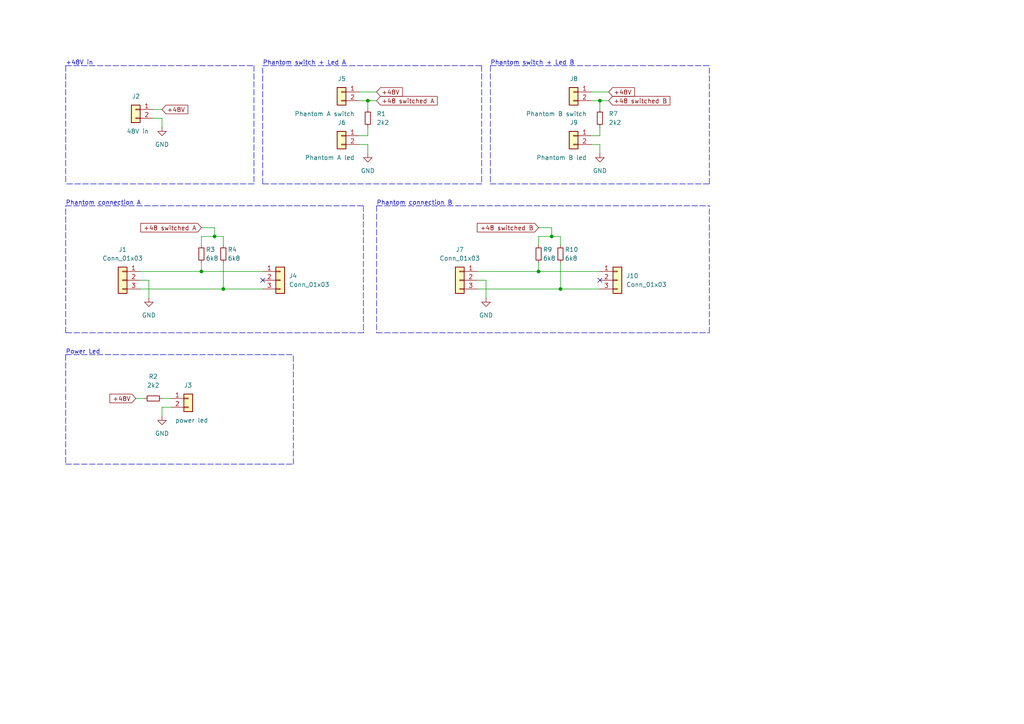
<source format=kicad_sch>
(kicad_sch (version 20211123) (generator eeschema)
  (paper "A4")
  (lib_symbols
    (symbol "Connector_Generic:Conn_01x02" (pin_names (offset 1.016) hide)
      (property "Reference" "J" (at 0 2.54 0))
      (property "Value" "Conn_01x02" (at 0 -5.08 0))
      (symbol "Conn_01x02_1_1"
        (rectangle (start -1.27 -2.413) (end 0 -2.667) (stroke (width 0.1524)))
        (rectangle (start -1.27 0.127) (end 0 -0.127) (stroke (width 0.1524)))
        (rectangle (start -1.27 1.27) (end 1.27 -3.81) (stroke (width 0.254)) (fill (type background)))
        (pin passive line (at -5.08 0 0) (length 3.81) (name "Pin_1") (number "1"))
        (pin passive line (at -5.08 -2.54 0) (length 3.81) (name "Pin_2") (number "2"))
      )
    )
    (symbol "Connector_Generic:Conn_01x03" (pin_names (offset 1.016) hide)
      (property "Reference" "J" (at 0 5.08 0))
      (property "Value" "Conn_01x03" (at 0 -5.08 0))
      (symbol "Conn_01x03_1_1"
        (rectangle (start -1.27 -2.413) (end 0 -2.667) (stroke (width 0.1524)))
        (rectangle (start -1.27 0.127) (end 0 -0.127) (stroke (width 0.1524)))
        (rectangle (start -1.27 2.667) (end 0 2.413) (stroke (width 0.1524)))
        (rectangle (start -1.27 3.81) (end 1.27 -3.81) (stroke (width 0.254)) (fill (type background)))
        (pin passive line (at -5.08 2.54 0) (length 3.81) (name "Pin_1") (number "1"))
        (pin passive line (at -5.08 0 0) (length 3.81) (name "Pin_2") (number "2"))
        (pin passive line (at -5.08 -2.54 0) (length 3.81) (name "Pin_3") (number "3"))
      )
    )
    (symbol "Device:R_Small" (pin_numbers hide) (pin_names (offset 0.254) hide)
      (property "Reference" "R" (at 0.762 0.508 0))
      (property "Value" "R_Small" (at 0.762 -1.016 0))
      (symbol "R_Small_0_1"
        (rectangle (start -0.762 1.778) (end 0.762 -1.778) (stroke (width 0.2032)))
      )
      (symbol "R_Small_1_1"
        (pin passive line (at 0 2.54 270) (length 0.762) (name "~") (number "1"))
        (pin passive line (at 0 -2.54 90) (length 0.762) (name "~") (number "2"))
      )
    )
    (symbol "power:GND" (power) (pin_names (offset 0))
      (property "Value" "GND" (at 0 -3.81 0))
      (symbol "GND_0_1"
        (polyline (pts (xy 0 0) (xy 0 -1.27) (xy 1.27 -1.27) (xy 0 -2.54) (xy -1.27 -1.27) (xy 0 -1.27)))
      )
      (symbol "GND_1_1"
        (pin power_in line (at 0 0 270) (length 0) hide (name "GND") (number "1"))
      )
    )
  )
  (junction (at 156.21 78.74))
  (junction (at 162.56 83.82))
  (junction (at 64.77 83.82))
  (junction (at 106.68 29.21))
  (junction (at 173.99 29.21))
  (junction (at 58.42 78.74))
  (junction (at 62.23 68.58))
  (junction (at 160.02 68.58))
  (no_connect (at 76.2 81.28))
  (no_connect (at 173.99 81.28))
  (polyline (pts (xy 139.7 53.34) (xy 76.2 53.34)))
  (polyline (pts (xy 76.2 53.34) (xy 76.2 19.05)))
  (polyline (pts (xy 19.05 102.87) (xy 85.09 102.87)))
  (polyline (pts (xy 205.74 96.52) (xy 205.74 59.69)))
  (polyline (pts (xy 19.05 19.05) (xy 19.05 53.34)))
  (wire (pts (xy 106.68 29.21) (xy 109.22 29.21)))
  (wire (pts (xy 171.45 29.21) (xy 173.99 29.21)))
  (wire (pts (xy 64.77 83.82) (xy 76.2 83.82)))
  (wire (pts (xy 58.42 78.74) (xy 76.2 78.74)))
  (wire (pts (xy 62.23 66.04) (xy 62.23 68.58)))
  (wire (pts (xy 171.45 26.67) (xy 176.53 26.67)))
  (wire (pts (xy 58.42 66.04) (xy 62.23 66.04)))
  (wire (pts (xy 46.99 115.57) (xy 49.53 115.57)))
  (polyline (pts (xy 142.24 19.05) (xy 142.24 53.34)))
  (polyline (pts (xy 109.22 59.69) (xy 109.22 96.52)))
  (polyline (pts (xy 109.22 59.69) (xy 205.74 59.69)))
  (wire (pts (xy 160.02 66.04) (xy 160.02 68.58)))
  (wire (pts (xy 160.02 68.58) (xy 162.56 68.58)))
  (polyline (pts (xy 76.2 19.05) (xy 139.7 19.05)))
  (wire (pts (xy 173.99 29.21) (xy 173.99 31.75)))
  (wire (pts (xy 46.99 34.29) (xy 46.99 36.83)))
  (wire (pts (xy 173.99 41.91) (xy 173.99 44.45)))
  (polyline (pts (xy 105.41 96.52) (xy 19.05 96.52)))
  (wire (pts (xy 138.43 78.74) (xy 156.21 78.74)))
  (wire (pts (xy 44.45 31.75) (xy 46.99 31.75)))
  (polyline (pts (xy 19.05 134.62) (xy 85.09 134.62)))
  (wire (pts (xy 156.21 66.04) (xy 160.02 66.04)))
  (wire (pts (xy 64.77 68.58) (xy 64.77 71.12)))
  (wire (pts (xy 138.43 81.28) (xy 140.97 81.28)))
  (polyline (pts (xy 19.05 96.52) (xy 19.05 59.69)))
  (wire (pts (xy 64.77 76.2) (xy 64.77 83.82)))
  (wire (pts (xy 162.56 83.82) (xy 173.99 83.82)))
  (wire (pts (xy 43.18 81.28) (xy 43.18 86.36)))
  (polyline (pts (xy 19.05 19.05) (xy 73.66 19.05)))
  (wire (pts (xy 156.21 68.58) (xy 160.02 68.58)))
  (polyline (pts (xy 205.74 53.34) (xy 205.74 19.05)))
  (wire (pts (xy 156.21 78.74) (xy 173.99 78.74)))
  (polyline (pts (xy 19.05 59.69) (xy 105.41 59.69)))
  (wire (pts (xy 40.64 83.82) (xy 64.77 83.82)))
  (wire (pts (xy 156.21 76.2) (xy 156.21 78.74)))
  (wire (pts (xy 156.21 71.12) (xy 156.21 68.58)))
  (wire (pts (xy 44.45 34.29) (xy 46.99 34.29)))
  (polyline (pts (xy 73.66 53.34) (xy 19.05 53.34)))
  (wire (pts (xy 138.43 83.82) (xy 162.56 83.82)))
  (wire (pts (xy 162.56 68.58) (xy 162.56 71.12)))
  (wire (pts (xy 106.68 41.91) (xy 106.68 44.45)))
  (wire (pts (xy 58.42 71.12) (xy 58.42 68.58)))
  (wire (pts (xy 58.42 76.2) (xy 58.42 78.74)))
  (wire (pts (xy 104.14 41.91) (xy 106.68 41.91)))
  (wire (pts (xy 40.64 81.28) (xy 43.18 81.28)))
  (wire (pts (xy 162.56 76.2) (xy 162.56 83.82)))
  (wire (pts (xy 140.97 81.28) (xy 140.97 86.36)))
  (polyline (pts (xy 85.09 134.62) (xy 85.09 102.87)))
  (wire (pts (xy 106.68 39.37) (xy 106.68 36.83)))
  (wire (pts (xy 46.99 118.11) (xy 49.53 118.11)))
  (wire (pts (xy 104.14 29.21) (xy 106.68 29.21)))
  (polyline (pts (xy 139.7 19.05) (xy 139.7 53.34)))
  (wire (pts (xy 171.45 39.37) (xy 173.99 39.37)))
  (wire (pts (xy 62.23 68.58) (xy 64.77 68.58)))
  (wire (pts (xy 39.37 115.57) (xy 41.91 115.57)))
  (polyline (pts (xy 73.66 19.05) (xy 73.66 53.34)))
  (wire (pts (xy 104.14 39.37) (xy 106.68 39.37)))
  (wire (pts (xy 58.42 68.58) (xy 62.23 68.58)))
  (wire (pts (xy 173.99 39.37) (xy 173.99 36.83)))
  (polyline (pts (xy 105.41 59.69) (xy 105.41 96.52)))
  (polyline (pts (xy 142.24 19.05) (xy 205.74 19.05)))
  (wire (pts (xy 40.64 78.74) (xy 58.42 78.74)))
  (polyline (pts (xy 19.05 102.87) (xy 19.05 134.62)))
  (wire (pts (xy 171.45 41.91) (xy 173.99 41.91)))
  (polyline (pts (xy 109.22 96.52) (xy 205.74 96.52)))
  (wire (pts (xy 46.99 120.65) (xy 46.99 118.11)))
  (wire (pts (xy 106.68 29.21) (xy 106.68 31.75)))
  (wire (pts (xy 173.99 29.21) (xy 176.53 29.21)))
  (wire (pts (xy 104.14 26.67) (xy 109.22 26.67)))
  (polyline (pts (xy 142.24 53.34) (xy 205.74 53.34)))
  (text "+48V in" (at 19.05 19.05 0) (effects (font (size 1.27 1.27)) (justify left bottom)))
  (text "Phantom connection A" (at 19.05 59.69 0) (effects (font (size 1.27 1.27)) (justify left bottom)))
  (text "Power Led" (at 19.05 102.87 0) (effects (font (size 1.27 1.27)) (justify left bottom)))
  (text "Phantom connection B" (at 109.22 59.69 0) (effects (font (size 1.27 1.27)) (justify left bottom)))
  (text "Phantom switch + Led B" (at 142.24 19.05 0) (effects (font (size 1.27 1.27)) (justify left bottom)))
  (text "Phantom switch + Led A" (at 76.2 19.05 0) (effects (font (size 1.27 1.27)) (justify left bottom)))
  (global_label "+48 switched B" (shape input) (at 156.21 66.04 180) (property "Intersheet References" "${INTERSHEET_REFS}" (effects hide)))
  (global_label "+48V" (shape input) (at 109.22 26.67 0) (property "Intersheet References" "${INTERSHEET_REFS}" (effects hide)))
  (global_label "+48V" (shape input) (at 46.99 31.75 0) (property "Intersheet References" "${INTERSHEET_REFS}" (effects hide)))
  (global_label "+48 switched B" (shape input) (at 176.53 29.21 0) (property "Intersheet References" "${INTERSHEET_REFS}" (effects hide)))
  (global_label "+48 switched A" (shape input) (at 58.42 66.04 180) (property "Intersheet References" "${INTERSHEET_REFS}" (effects hide)))
  (global_label "+48V" (shape input) (at 39.37 115.57 180) (property "Intersheet References" "${INTERSHEET_REFS}" (effects hide)))
  (global_label "+48V" (shape input) (at 176.53 26.67 0) (property "Intersheet References" "${INTERSHEET_REFS}" (effects hide)))
  (global_label "+48 switched A" (shape input) (at 109.22 29.21 0) (property "Intersheet References" "${INTERSHEET_REFS}" (effects hide)))
  (symbol (lib_id "Device:R_Small") (at 58.42 73.66 180) (unit 1)
    (property "Reference" "R3" (at 59.69 72.39 0) (effects (justify right)))
    (property "Value" "6k8" (at 59.69 74.93 0) (effects (justify right)))
    (property "Footprint" "Resistor_THT:R_Axial_DIN0207_L6.3mm_D2.5mm_P10.16mm_Horizontal" (effects hide))
  )
  (symbol (lib_id "Connector_Generic:Conn_01x03") (at 133.35 81.28 0) (mirror y) (unit 1)
    (property "Reference" "J7" (at 133.35 72.39 0))
    (property "Value" "Conn_01x03" (at 133.35 74.93 0))
    (property "Footprint" "Connector_Molex:Molex_KK-396_A-41791-0003_1x03_P3.96mm_Vertical" (effects hide))
  )
  (symbol (lib_id "Connector_Generic:Conn_01x03") (at 35.56 81.28 0) (mirror y) (unit 1)
    (property "Reference" "J1" (at 35.56 72.39 0))
    (property "Value" "Conn_01x03" (at 35.56 74.93 0))
    (property "Footprint" "Connector_Molex:Molex_KK-396_A-41791-0003_1x03_P3.96mm_Vertical" (effects hide))
  )
  (symbol (lib_id "power:GND") (at 43.18 86.36 0) (unit 1)
    (property "Reference" "#PWR0106" (effects hide))
    (property "Value" "GND" (at 43.18 91.44 0))
  )
  (symbol (lib_id "Device:R_Small") (at 64.77 73.66 180) (unit 1)
    (property "Reference" "R4" (at 66.04 72.39 0) (effects (justify right)))
    (property "Value" "6k8" (at 66.04 74.93 0) (effects (justify right)))
    (property "Footprint" "Resistor_THT:R_Axial_DIN0207_L6.3mm_D2.5mm_P10.16mm_Horizontal" (effects hide))
  )
  (symbol (lib_id "power:GND") (at 173.99 44.45 0) (unit 1)
    (property "Reference" "#PWR0103" (effects hide))
    (property "Value" "GND" (at 173.99 49.53 0))
  )
  (symbol (lib_id "Connector_Generic:Conn_01x03") (at 81.28 81.28 0) (unit 1)
    (property "Reference" "J4" (at 83.82 80.0099 0) (effects (justify left)))
    (property "Value" "Conn_01x03" (at 83.82 82.5499 0) (effects (justify left)))
    (property "Footprint" "Connector_Molex:Molex_KK-396_A-41791-0003_1x03_P3.96mm_Vertical" (effects hide))
  )
  (symbol (lib_id "Connector_Generic:Conn_01x02") (at 99.06 39.37 0) (mirror y) (unit 1)
    (property "Reference" "J6" (at 100.33 35.56 0) (effects (justify left)))
    (property "Value" "Phantom A led" (at 102.87 45.72 0) (effects (justify left)))
    (property "Footprint" "Connector_Molex:Molex_KK-396_A-41791-0002_1x02_P3.96mm_Vertical" (effects hide))
  )
  (symbol (lib_id "Device:R_Small") (at 162.56 73.66 180) (unit 1)
    (property "Reference" "R10" (at 163.83 72.39 0) (effects (justify right)))
    (property "Value" "6k8" (at 163.83 74.93 0) (effects (justify right)))
    (property "Footprint" "Resistor_THT:R_Axial_DIN0207_L6.3mm_D2.5mm_P10.16mm_Horizontal" (effects hide))
  )
  (symbol (lib_id "Device:R_Small") (at 44.45 115.57 90) (unit 1)
    (property "Reference" "R2" (at 44.45 109.22 90))
    (property "Value" "2k2" (at 44.45 111.76 90))
    (property "Footprint" "Resistor_THT:R_Axial_DIN0207_L6.3mm_D2.5mm_P10.16mm_Horizontal" (effects hide))
  )
  (symbol (lib_id "Device:R_Small") (at 156.21 73.66 180) (unit 1)
    (property "Reference" "R9" (at 157.48 72.39 0) (effects (justify right)))
    (property "Value" "6k8" (at 157.48 74.93 0) (effects (justify right)))
    (property "Footprint" "Resistor_THT:R_Axial_DIN0207_L6.3mm_D2.5mm_P10.16mm_Horizontal" (effects hide))
  )
  (symbol (lib_id "power:GND") (at 140.97 86.36 0) (unit 1)
    (property "Reference" "#PWR0105" (effects hide))
    (property "Value" "GND" (at 140.97 91.44 0))
  )
  (symbol (lib_id "power:GND") (at 46.99 120.65 0) (unit 1)
    (property "Reference" "#PWR0102" (effects hide))
    (property "Value" "GND" (at 46.99 125.73 0))
  )
  (symbol (lib_id "Connector_Generic:Conn_01x02") (at 54.61 115.57 0) (unit 1)
    (property "Reference" "J3" (at 53.34 111.76 0) (effects (justify left)))
    (property "Value" "power led" (at 50.8 121.92 0) (effects (justify left)))
    (property "Footprint" "Connector_Molex:Molex_KK-396_A-41791-0002_1x02_P3.96mm_Vertical" (effects hide))
  )
  (symbol (lib_id "Connector_Generic:Conn_01x02") (at 99.06 26.67 0) (mirror y) (unit 1)
    (property "Reference" "J5" (at 100.33 22.86 0) (effects (justify left)))
    (property "Value" "Phantom A switch" (at 102.87 33.02 0) (effects (justify left)))
    (property "Footprint" "Connector_Molex:Molex_KK-396_A-41791-0002_1x02_P3.96mm_Vertical" (effects hide))
  )
  (symbol (lib_id "Connector_Generic:Conn_01x02") (at 39.37 31.75 0) (mirror y) (unit 1)
    (property "Reference" "J2" (at 40.64 27.94 0) (effects (justify left)))
    (property "Value" "48V in" (at 43.18 38.1 0) (effects (justify left)))
    (property "Footprint" "Connector_Molex:Molex_KK-396_A-41791-0002_1x02_P3.96mm_Vertical" (effects hide))
  )
  (symbol (lib_id "Device:R_Small") (at 173.99 34.29 180) (unit 1)
    (property "Reference" "R7" (at 176.53 33.0199 0) (effects (justify right)))
    (property "Value" "2k2" (at 176.53 35.5599 0) (effects (justify right)))
    (property "Footprint" "Resistor_THT:R_Axial_DIN0207_L6.3mm_D2.5mm_P10.16mm_Horizontal" (effects hide))
  )
  (symbol (lib_id "Connector_Generic:Conn_01x02") (at 166.37 39.37 0) (mirror y) (unit 1)
    (property "Reference" "J9" (at 167.64 35.56 0) (effects (justify left)))
    (property "Value" "Phantom B led" (at 170.18 45.72 0) (effects (justify left)))
    (property "Footprint" "Connector_Molex:Molex_KK-396_A-41791-0002_1x02_P3.96mm_Vertical" (effects hide))
  )
  (symbol (lib_id "power:GND") (at 46.99 36.83 0) (unit 1)
    (property "Reference" "#PWR01" (effects hide))
    (property "Value" "GND" (at 46.99 41.91 0))
  )
  (symbol (lib_id "Connector_Generic:Conn_01x03") (at 179.07 81.28 0) (unit 1)
    (property "Reference" "J10" (at 181.61 80.0099 0) (effects (justify left)))
    (property "Value" "Conn_01x03" (at 181.61 82.5499 0) (effects (justify left)))
    (property "Footprint" "Connector_Molex:Molex_KK-396_A-41791-0003_1x03_P3.96mm_Vertical" (effects hide))
  )
  (symbol (lib_id "Connector_Generic:Conn_01x02") (at 166.37 26.67 0) (mirror y) (unit 1)
    (property "Reference" "J8" (at 167.64 22.86 0) (effects (justify left)))
    (property "Value" "Phantom B switch" (at 170.18 33.02 0) (effects (justify left)))
    (property "Footprint" "Connector_Molex:Molex_KK-396_A-41791-0002_1x02_P3.96mm_Vertical" (effects hide))
  )
  (symbol (lib_id "Device:R_Small") (at 106.68 34.29 180) (unit 1)
    (property "Reference" "R1" (at 109.22 33.0199 0) (effects (justify right)))
    (property "Value" "2k2" (at 109.22 35.5599 0) (effects (justify right)))
    (property "Footprint" "Resistor_THT:R_Axial_DIN0207_L6.3mm_D2.5mm_P10.16mm_Horizontal" (effects hide))
  )
  (symbol (lib_id "power:GND") (at 106.68 44.45 0) (unit 1)
    (property "Reference" "#PWR0101" (effects hide))
    (property "Value" "GND" (at 106.68 49.53 0))
  )
)
</source>
